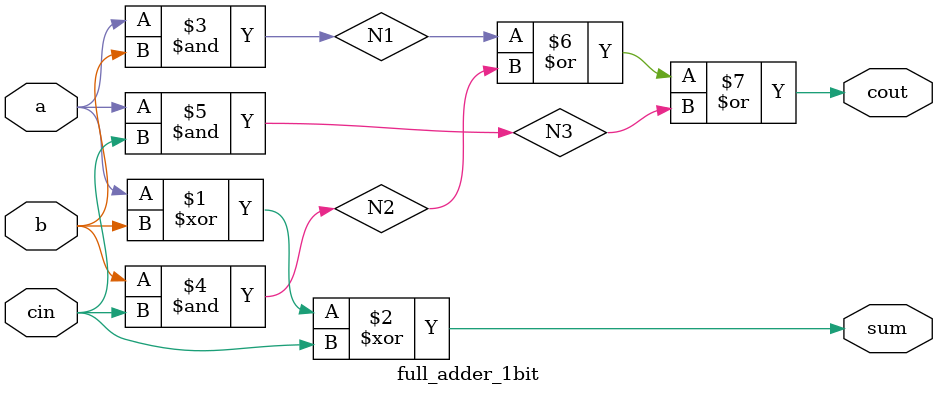
<source format=v>
module full_adder_1bit(cout, a, b, cin, sum);
  output cout, sum;
  input a, b, cin;
  wire N1,N2,N3;

  xor xor_gate(sum, a, b, cin);
  and and0 (N1, a, b),
      and1 (N2, b, cin),
      and2 (N3, a, cin);

  or carry_bit(cout, N1,N2, N3);
endmodule


</source>
